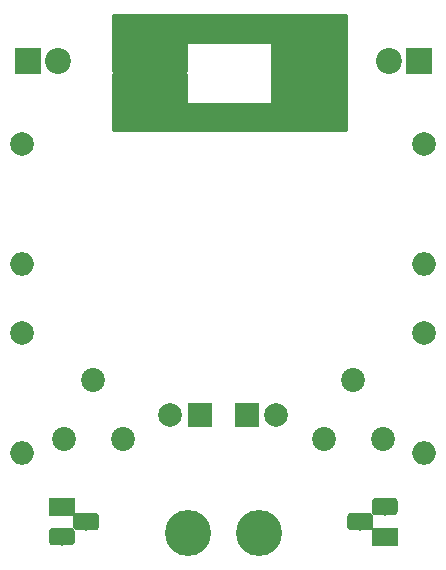
<source format=gbr>
G04 #@! TF.GenerationSoftware,KiCad,Pcbnew,(6.0.0-rc1-dev-318-g6fdc5972f)*
G04 #@! TF.CreationDate,2018-11-24T11:42:07+01:00*
G04 #@! TF.ProjectId,Frack_KnipperLedPrint,467261636B5F4B6E69707065724C6564,rev?*
G04 #@! TF.SameCoordinates,Original*
G04 #@! TF.FileFunction,Soldermask,Bot*
G04 #@! TF.FilePolarity,Negative*
%FSLAX46Y46*%
G04 Gerber Fmt 4.6, Leading zero omitted, Abs format (unit mm)*
G04 Created by KiCad (PCBNEW (6.0.0-rc1-dev-318-g6fdc5972f)) date 11/24/18 11:42:07*
%MOMM*%
%LPD*%
G01*
G04 APERTURE LIST*
%ADD10C,0.100000*%
%ADD11C,1.500000*%
%ADD12R,2.200000X1.500000*%
%ADD13C,3.900120*%
%ADD14O,2.000000X2.000000*%
%ADD15C,2.000000*%
%ADD16C,2.020000*%
%ADD17C,2.200000*%
%ADD18R,2.200000X2.200000*%
%ADD19R,2.000000X2.000000*%
%ADD20C,0.254000*%
G04 APERTURE END LIST*
D10*
G04 #@! TO.C,Q1*
G36*
X9161756Y-43251806D02*
X9198159Y-43257206D01*
X9233857Y-43266147D01*
X9268506Y-43278545D01*
X9301774Y-43294280D01*
X9333339Y-43313199D01*
X9362897Y-43335121D01*
X9390165Y-43359835D01*
X9414879Y-43387103D01*
X9436801Y-43416661D01*
X9455720Y-43448226D01*
X9471455Y-43481494D01*
X9483853Y-43516143D01*
X9492794Y-43551841D01*
X9498194Y-43588244D01*
X9500000Y-43625000D01*
X9500000Y-44375000D01*
X9498194Y-44411756D01*
X9492794Y-44448159D01*
X9483853Y-44483857D01*
X9471455Y-44518506D01*
X9455720Y-44551774D01*
X9436801Y-44583339D01*
X9414879Y-44612897D01*
X9390165Y-44640165D01*
X9362897Y-44664879D01*
X9333339Y-44686801D01*
X9301774Y-44705720D01*
X9268506Y-44721455D01*
X9233857Y-44733853D01*
X9198159Y-44742794D01*
X9161756Y-44748194D01*
X9125000Y-44750000D01*
X7675000Y-44750000D01*
X7638244Y-44748194D01*
X7601841Y-44742794D01*
X7566143Y-44733853D01*
X7531494Y-44721455D01*
X7498226Y-44705720D01*
X7466661Y-44686801D01*
X7437103Y-44664879D01*
X7409835Y-44640165D01*
X7385121Y-44612897D01*
X7363199Y-44583339D01*
X7344280Y-44551774D01*
X7328545Y-44518506D01*
X7316147Y-44483857D01*
X7307206Y-44448159D01*
X7301806Y-44411756D01*
X7300000Y-44375000D01*
X7300000Y-43625000D01*
X7301806Y-43588244D01*
X7307206Y-43551841D01*
X7316147Y-43516143D01*
X7328545Y-43481494D01*
X7344280Y-43448226D01*
X7363199Y-43416661D01*
X7385121Y-43387103D01*
X7409835Y-43359835D01*
X7437103Y-43335121D01*
X7466661Y-43313199D01*
X7498226Y-43294280D01*
X7531494Y-43278545D01*
X7566143Y-43266147D01*
X7601841Y-43257206D01*
X7638244Y-43251806D01*
X7675000Y-43250000D01*
X9125000Y-43250000D01*
X9161756Y-43251806D01*
X9161756Y-43251806D01*
G37*
D11*
X8400000Y-44000000D03*
D10*
G36*
X7091756Y-44521806D02*
X7128159Y-44527206D01*
X7163857Y-44536147D01*
X7198506Y-44548545D01*
X7231774Y-44564280D01*
X7263339Y-44583199D01*
X7292897Y-44605121D01*
X7320165Y-44629835D01*
X7344879Y-44657103D01*
X7366801Y-44686661D01*
X7385720Y-44718226D01*
X7401455Y-44751494D01*
X7413853Y-44786143D01*
X7422794Y-44821841D01*
X7428194Y-44858244D01*
X7430000Y-44895000D01*
X7430000Y-45645000D01*
X7428194Y-45681756D01*
X7422794Y-45718159D01*
X7413853Y-45753857D01*
X7401455Y-45788506D01*
X7385720Y-45821774D01*
X7366801Y-45853339D01*
X7344879Y-45882897D01*
X7320165Y-45910165D01*
X7292897Y-45934879D01*
X7263339Y-45956801D01*
X7231774Y-45975720D01*
X7198506Y-45991455D01*
X7163857Y-46003853D01*
X7128159Y-46012794D01*
X7091756Y-46018194D01*
X7055000Y-46020000D01*
X5605000Y-46020000D01*
X5568244Y-46018194D01*
X5531841Y-46012794D01*
X5496143Y-46003853D01*
X5461494Y-45991455D01*
X5428226Y-45975720D01*
X5396661Y-45956801D01*
X5367103Y-45934879D01*
X5339835Y-45910165D01*
X5315121Y-45882897D01*
X5293199Y-45853339D01*
X5274280Y-45821774D01*
X5258545Y-45788506D01*
X5246147Y-45753857D01*
X5237206Y-45718159D01*
X5231806Y-45681756D01*
X5230000Y-45645000D01*
X5230000Y-44895000D01*
X5231806Y-44858244D01*
X5237206Y-44821841D01*
X5246147Y-44786143D01*
X5258545Y-44751494D01*
X5274280Y-44718226D01*
X5293199Y-44686661D01*
X5315121Y-44657103D01*
X5339835Y-44629835D01*
X5367103Y-44605121D01*
X5396661Y-44583199D01*
X5428226Y-44564280D01*
X5461494Y-44548545D01*
X5496143Y-44536147D01*
X5531841Y-44527206D01*
X5568244Y-44521806D01*
X5605000Y-44520000D01*
X7055000Y-44520000D01*
X7091756Y-44521806D01*
X7091756Y-44521806D01*
G37*
D11*
X6330000Y-45270000D03*
D12*
X6330000Y-42730000D03*
G04 #@! TD*
D13*
G04 #@! TO.C,J1*
X17000000Y-45000000D03*
G04 #@! TD*
D12*
G04 #@! TO.C,Q2*
X33670000Y-45270000D03*
D10*
G36*
X34431756Y-41981806D02*
X34468159Y-41987206D01*
X34503857Y-41996147D01*
X34538506Y-42008545D01*
X34571774Y-42024280D01*
X34603339Y-42043199D01*
X34632897Y-42065121D01*
X34660165Y-42089835D01*
X34684879Y-42117103D01*
X34706801Y-42146661D01*
X34725720Y-42178226D01*
X34741455Y-42211494D01*
X34753853Y-42246143D01*
X34762794Y-42281841D01*
X34768194Y-42318244D01*
X34770000Y-42355000D01*
X34770000Y-43105000D01*
X34768194Y-43141756D01*
X34762794Y-43178159D01*
X34753853Y-43213857D01*
X34741455Y-43248506D01*
X34725720Y-43281774D01*
X34706801Y-43313339D01*
X34684879Y-43342897D01*
X34660165Y-43370165D01*
X34632897Y-43394879D01*
X34603339Y-43416801D01*
X34571774Y-43435720D01*
X34538506Y-43451455D01*
X34503857Y-43463853D01*
X34468159Y-43472794D01*
X34431756Y-43478194D01*
X34395000Y-43480000D01*
X32945000Y-43480000D01*
X32908244Y-43478194D01*
X32871841Y-43472794D01*
X32836143Y-43463853D01*
X32801494Y-43451455D01*
X32768226Y-43435720D01*
X32736661Y-43416801D01*
X32707103Y-43394879D01*
X32679835Y-43370165D01*
X32655121Y-43342897D01*
X32633199Y-43313339D01*
X32614280Y-43281774D01*
X32598545Y-43248506D01*
X32586147Y-43213857D01*
X32577206Y-43178159D01*
X32571806Y-43141756D01*
X32570000Y-43105000D01*
X32570000Y-42355000D01*
X32571806Y-42318244D01*
X32577206Y-42281841D01*
X32586147Y-42246143D01*
X32598545Y-42211494D01*
X32614280Y-42178226D01*
X32633199Y-42146661D01*
X32655121Y-42117103D01*
X32679835Y-42089835D01*
X32707103Y-42065121D01*
X32736661Y-42043199D01*
X32768226Y-42024280D01*
X32801494Y-42008545D01*
X32836143Y-41996147D01*
X32871841Y-41987206D01*
X32908244Y-41981806D01*
X32945000Y-41980000D01*
X34395000Y-41980000D01*
X34431756Y-41981806D01*
X34431756Y-41981806D01*
G37*
D11*
X33670000Y-42730000D03*
D10*
G36*
X32361756Y-43251806D02*
X32398159Y-43257206D01*
X32433857Y-43266147D01*
X32468506Y-43278545D01*
X32501774Y-43294280D01*
X32533339Y-43313199D01*
X32562897Y-43335121D01*
X32590165Y-43359835D01*
X32614879Y-43387103D01*
X32636801Y-43416661D01*
X32655720Y-43448226D01*
X32671455Y-43481494D01*
X32683853Y-43516143D01*
X32692794Y-43551841D01*
X32698194Y-43588244D01*
X32700000Y-43625000D01*
X32700000Y-44375000D01*
X32698194Y-44411756D01*
X32692794Y-44448159D01*
X32683853Y-44483857D01*
X32671455Y-44518506D01*
X32655720Y-44551774D01*
X32636801Y-44583339D01*
X32614879Y-44612897D01*
X32590165Y-44640165D01*
X32562897Y-44664879D01*
X32533339Y-44686801D01*
X32501774Y-44705720D01*
X32468506Y-44721455D01*
X32433857Y-44733853D01*
X32398159Y-44742794D01*
X32361756Y-44748194D01*
X32325000Y-44750000D01*
X30875000Y-44750000D01*
X30838244Y-44748194D01*
X30801841Y-44742794D01*
X30766143Y-44733853D01*
X30731494Y-44721455D01*
X30698226Y-44705720D01*
X30666661Y-44686801D01*
X30637103Y-44664879D01*
X30609835Y-44640165D01*
X30585121Y-44612897D01*
X30563199Y-44583339D01*
X30544280Y-44551774D01*
X30528545Y-44518506D01*
X30516147Y-44483857D01*
X30507206Y-44448159D01*
X30501806Y-44411756D01*
X30500000Y-44375000D01*
X30500000Y-43625000D01*
X30501806Y-43588244D01*
X30507206Y-43551841D01*
X30516147Y-43516143D01*
X30528545Y-43481494D01*
X30544280Y-43448226D01*
X30563199Y-43416661D01*
X30585121Y-43387103D01*
X30609835Y-43359835D01*
X30637103Y-43335121D01*
X30666661Y-43313199D01*
X30698226Y-43294280D01*
X30731494Y-43278545D01*
X30766143Y-43266147D01*
X30801841Y-43257206D01*
X30838244Y-43251806D01*
X30875000Y-43250000D01*
X32325000Y-43250000D01*
X32361756Y-43251806D01*
X32361756Y-43251806D01*
G37*
D11*
X31600000Y-44000000D03*
G04 #@! TD*
D13*
G04 #@! TO.C,J2*
X23000000Y-45000000D03*
G04 #@! TD*
D14*
G04 #@! TO.C,R3*
X3000000Y-38160000D03*
D15*
X3000000Y-28000000D03*
G04 #@! TD*
D14*
G04 #@! TO.C,R4*
X37000000Y-22160000D03*
D15*
X37000000Y-12000000D03*
G04 #@! TD*
G04 #@! TO.C,R1*
X3000000Y-12000000D03*
D14*
X3000000Y-22160000D03*
G04 #@! TD*
D16*
G04 #@! TO.C,RV1*
X28500000Y-37000000D03*
X31000000Y-32000000D03*
X33500000Y-37000000D03*
G04 #@! TD*
G04 #@! TO.C,RV2*
X11500000Y-37000000D03*
X9000000Y-32000000D03*
X6500000Y-37000000D03*
G04 #@! TD*
D15*
G04 #@! TO.C,R2*
X37000000Y-28000000D03*
D14*
X37000000Y-38160000D03*
G04 #@! TD*
D17*
G04 #@! TO.C,D2*
X34000000Y-5000000D03*
D18*
X36540000Y-5000000D03*
G04 #@! TD*
D19*
G04 #@! TO.C,C1*
X22000000Y-35000000D03*
D15*
X24500000Y-35000000D03*
G04 #@! TD*
G04 #@! TO.C,C2*
X15500000Y-35000000D03*
D19*
X18000000Y-35000000D03*
G04 #@! TD*
D18*
G04 #@! TO.C,D1*
X3460000Y-5000000D03*
D17*
X6000000Y-5000000D03*
G04 #@! TD*
D20*
G36*
X30373000Y-10873000D02*
X10627000Y-10873000D01*
X10627000Y-6127000D01*
X16873000Y-6127000D01*
X16873000Y-8500000D01*
X16882667Y-8548601D01*
X16910197Y-8589803D01*
X16951399Y-8617333D01*
X17000000Y-8627000D01*
X24000000Y-8627000D01*
X24048601Y-8617333D01*
X24089803Y-8589803D01*
X24117333Y-8548601D01*
X24127000Y-8500000D01*
X24127000Y-3500000D01*
X24117333Y-3451399D01*
X24089803Y-3410197D01*
X24048601Y-3382667D01*
X24000000Y-3373000D01*
X17000000Y-3373000D01*
X16951399Y-3382667D01*
X16910197Y-3410197D01*
X16882667Y-3451399D01*
X16873000Y-3500000D01*
X16873000Y-5873000D01*
X10627000Y-5873000D01*
X10627000Y-1127000D01*
X30373000Y-1127000D01*
X30373000Y-10873000D01*
X30373000Y-10873000D01*
G37*
X30373000Y-10873000D02*
X10627000Y-10873000D01*
X10627000Y-6127000D01*
X16873000Y-6127000D01*
X16873000Y-8500000D01*
X16882667Y-8548601D01*
X16910197Y-8589803D01*
X16951399Y-8617333D01*
X17000000Y-8627000D01*
X24000000Y-8627000D01*
X24048601Y-8617333D01*
X24089803Y-8589803D01*
X24117333Y-8548601D01*
X24127000Y-8500000D01*
X24127000Y-3500000D01*
X24117333Y-3451399D01*
X24089803Y-3410197D01*
X24048601Y-3382667D01*
X24000000Y-3373000D01*
X17000000Y-3373000D01*
X16951399Y-3382667D01*
X16910197Y-3410197D01*
X16882667Y-3451399D01*
X16873000Y-3500000D01*
X16873000Y-5873000D01*
X10627000Y-5873000D01*
X10627000Y-1127000D01*
X30373000Y-1127000D01*
X30373000Y-10873000D01*
M02*

</source>
